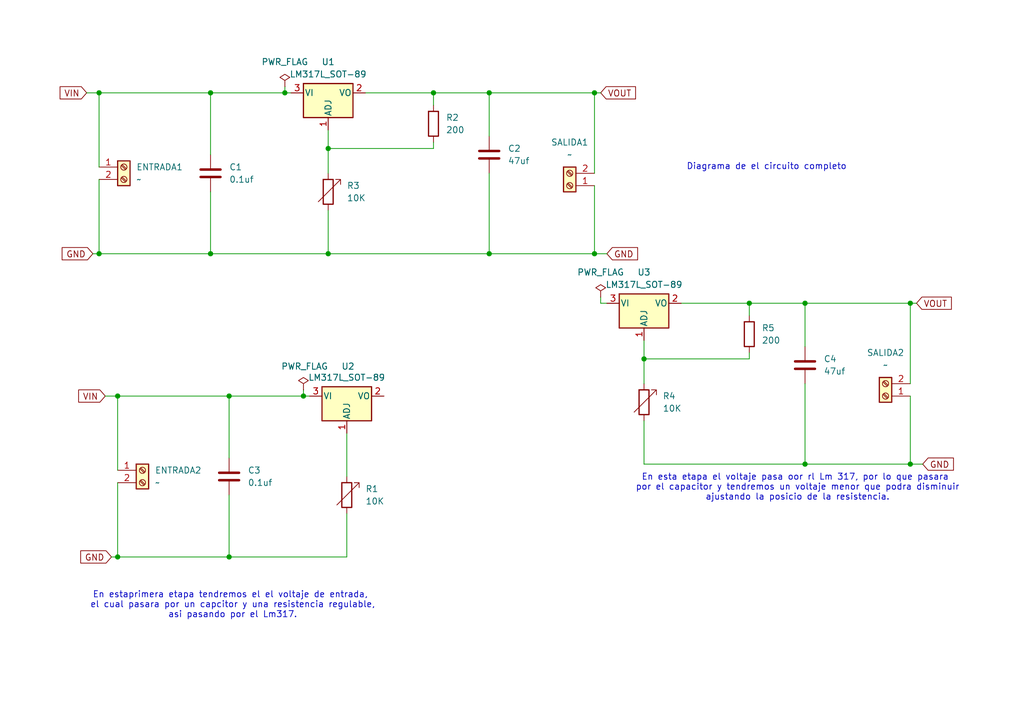
<source format=kicad_sch>
(kicad_sch
	(version 20231120)
	(generator "eeschema")
	(generator_version "8.0")
	(uuid "85e7a562-9e5d-4270-96d3-145d1395e47e")
	(paper "A5")
	(title_block
		(title "Modulo Regulador Lineal LM317 DC - DC")
		(date "2024-04-21")
		(rev "Dacar Tirado")
		(company "UCB")
		(comment 1 "Este esquematico es de un regulador de voltaje de entrada aun voltaje de salida deseado")
	)
	(lib_symbols
		(symbol "Connector:Screw_Terminal_01x02"
			(pin_names
				(offset 1.016) hide)
			(exclude_from_sim no)
			(in_bom yes)
			(on_board yes)
			(property "Reference" "J"
				(at 0 2.54 0)
				(effects
					(font
						(size 1.27 1.27)
					)
				)
			)
			(property "Value" "Screw_Terminal_01x02"
				(at 0 -5.08 0)
				(effects
					(font
						(size 1.27 1.27)
					)
				)
			)
			(property "Footprint" ""
				(at 0 0 0)
				(effects
					(font
						(size 1.27 1.27)
					)
					(hide yes)
				)
			)
			(property "Datasheet" "~"
				(at 0 0 0)
				(effects
					(font
						(size 1.27 1.27)
					)
					(hide yes)
				)
			)
			(property "Description" "Generic screw terminal, single row, 01x02, script generated (kicad-library-utils/schlib/autogen/connector/)"
				(at 0 0 0)
				(effects
					(font
						(size 1.27 1.27)
					)
					(hide yes)
				)
			)
			(property "ki_keywords" "screw terminal"
				(at 0 0 0)
				(effects
					(font
						(size 1.27 1.27)
					)
					(hide yes)
				)
			)
			(property "ki_fp_filters" "TerminalBlock*:*"
				(at 0 0 0)
				(effects
					(font
						(size 1.27 1.27)
					)
					(hide yes)
				)
			)
			(symbol "Screw_Terminal_01x02_1_1"
				(rectangle
					(start -1.27 1.27)
					(end 1.27 -3.81)
					(stroke
						(width 0.254)
						(type default)
					)
					(fill
						(type background)
					)
				)
				(circle
					(center 0 -2.54)
					(radius 0.635)
					(stroke
						(width 0.1524)
						(type default)
					)
					(fill
						(type none)
					)
				)
				(polyline
					(pts
						(xy -0.5334 -2.2098) (xy 0.3302 -3.048)
					)
					(stroke
						(width 0.1524)
						(type default)
					)
					(fill
						(type none)
					)
				)
				(polyline
					(pts
						(xy -0.5334 0.3302) (xy 0.3302 -0.508)
					)
					(stroke
						(width 0.1524)
						(type default)
					)
					(fill
						(type none)
					)
				)
				(polyline
					(pts
						(xy -0.3556 -2.032) (xy 0.508 -2.8702)
					)
					(stroke
						(width 0.1524)
						(type default)
					)
					(fill
						(type none)
					)
				)
				(polyline
					(pts
						(xy -0.3556 0.508) (xy 0.508 -0.3302)
					)
					(stroke
						(width 0.1524)
						(type default)
					)
					(fill
						(type none)
					)
				)
				(circle
					(center 0 0)
					(radius 0.635)
					(stroke
						(width 0.1524)
						(type default)
					)
					(fill
						(type none)
					)
				)
				(pin passive line
					(at -5.08 0 0)
					(length 3.81)
					(name "Pin_1"
						(effects
							(font
								(size 1.27 1.27)
							)
						)
					)
					(number "1"
						(effects
							(font
								(size 1.27 1.27)
							)
						)
					)
				)
				(pin passive line
					(at -5.08 -2.54 0)
					(length 3.81)
					(name "Pin_2"
						(effects
							(font
								(size 1.27 1.27)
							)
						)
					)
					(number "2"
						(effects
							(font
								(size 1.27 1.27)
							)
						)
					)
				)
			)
		)
		(symbol "Device:C"
			(pin_numbers hide)
			(pin_names
				(offset 0.254)
			)
			(exclude_from_sim no)
			(in_bom yes)
			(on_board yes)
			(property "Reference" "C"
				(at 0.635 2.54 0)
				(effects
					(font
						(size 1.27 1.27)
					)
					(justify left)
				)
			)
			(property "Value" "C"
				(at 0.635 -2.54 0)
				(effects
					(font
						(size 1.27 1.27)
					)
					(justify left)
				)
			)
			(property "Footprint" ""
				(at 0.9652 -3.81 0)
				(effects
					(font
						(size 1.27 1.27)
					)
					(hide yes)
				)
			)
			(property "Datasheet" "~"
				(at 0 0 0)
				(effects
					(font
						(size 1.27 1.27)
					)
					(hide yes)
				)
			)
			(property "Description" "Unpolarized capacitor"
				(at 0 0 0)
				(effects
					(font
						(size 1.27 1.27)
					)
					(hide yes)
				)
			)
			(property "ki_keywords" "cap capacitor"
				(at 0 0 0)
				(effects
					(font
						(size 1.27 1.27)
					)
					(hide yes)
				)
			)
			(property "ki_fp_filters" "C_*"
				(at 0 0 0)
				(effects
					(font
						(size 1.27 1.27)
					)
					(hide yes)
				)
			)
			(symbol "C_0_1"
				(polyline
					(pts
						(xy -2.032 -0.762) (xy 2.032 -0.762)
					)
					(stroke
						(width 0.508)
						(type default)
					)
					(fill
						(type none)
					)
				)
				(polyline
					(pts
						(xy -2.032 0.762) (xy 2.032 0.762)
					)
					(stroke
						(width 0.508)
						(type default)
					)
					(fill
						(type none)
					)
				)
			)
			(symbol "C_1_1"
				(pin passive line
					(at 0 3.81 270)
					(length 2.794)
					(name "~"
						(effects
							(font
								(size 1.27 1.27)
							)
						)
					)
					(number "1"
						(effects
							(font
								(size 1.27 1.27)
							)
						)
					)
				)
				(pin passive line
					(at 0 -3.81 90)
					(length 2.794)
					(name "~"
						(effects
							(font
								(size 1.27 1.27)
							)
						)
					)
					(number "2"
						(effects
							(font
								(size 1.27 1.27)
							)
						)
					)
				)
			)
		)
		(symbol "Device:R"
			(pin_numbers hide)
			(pin_names
				(offset 0)
			)
			(exclude_from_sim no)
			(in_bom yes)
			(on_board yes)
			(property "Reference" "R"
				(at 2.032 0 90)
				(effects
					(font
						(size 1.27 1.27)
					)
				)
			)
			(property "Value" "R"
				(at 0 0 90)
				(effects
					(font
						(size 1.27 1.27)
					)
				)
			)
			(property "Footprint" ""
				(at -1.778 0 90)
				(effects
					(font
						(size 1.27 1.27)
					)
					(hide yes)
				)
			)
			(property "Datasheet" "~"
				(at 0 0 0)
				(effects
					(font
						(size 1.27 1.27)
					)
					(hide yes)
				)
			)
			(property "Description" "Resistor"
				(at 0 0 0)
				(effects
					(font
						(size 1.27 1.27)
					)
					(hide yes)
				)
			)
			(property "ki_keywords" "R res resistor"
				(at 0 0 0)
				(effects
					(font
						(size 1.27 1.27)
					)
					(hide yes)
				)
			)
			(property "ki_fp_filters" "R_*"
				(at 0 0 0)
				(effects
					(font
						(size 1.27 1.27)
					)
					(hide yes)
				)
			)
			(symbol "R_0_1"
				(rectangle
					(start -1.016 -2.54)
					(end 1.016 2.54)
					(stroke
						(width 0.254)
						(type default)
					)
					(fill
						(type none)
					)
				)
			)
			(symbol "R_1_1"
				(pin passive line
					(at 0 3.81 270)
					(length 1.27)
					(name "~"
						(effects
							(font
								(size 1.27 1.27)
							)
						)
					)
					(number "1"
						(effects
							(font
								(size 1.27 1.27)
							)
						)
					)
				)
				(pin passive line
					(at 0 -3.81 90)
					(length 1.27)
					(name "~"
						(effects
							(font
								(size 1.27 1.27)
							)
						)
					)
					(number "2"
						(effects
							(font
								(size 1.27 1.27)
							)
						)
					)
				)
			)
		)
		(symbol "Device:R_Variable"
			(pin_numbers hide)
			(pin_names
				(offset 0)
			)
			(exclude_from_sim no)
			(in_bom yes)
			(on_board yes)
			(property "Reference" "R"
				(at 2.54 -2.54 90)
				(effects
					(font
						(size 1.27 1.27)
					)
					(justify left)
				)
			)
			(property "Value" "R_Variable"
				(at -2.54 -1.27 90)
				(effects
					(font
						(size 1.27 1.27)
					)
					(justify left)
				)
			)
			(property "Footprint" ""
				(at -1.778 0 90)
				(effects
					(font
						(size 1.27 1.27)
					)
					(hide yes)
				)
			)
			(property "Datasheet" "~"
				(at 0 0 0)
				(effects
					(font
						(size 1.27 1.27)
					)
					(hide yes)
				)
			)
			(property "Description" "Variable resistor"
				(at 0 0 0)
				(effects
					(font
						(size 1.27 1.27)
					)
					(hide yes)
				)
			)
			(property "ki_keywords" "R res resistor variable potentiometer rheostat"
				(at 0 0 0)
				(effects
					(font
						(size 1.27 1.27)
					)
					(hide yes)
				)
			)
			(property "ki_fp_filters" "R_*"
				(at 0 0 0)
				(effects
					(font
						(size 1.27 1.27)
					)
					(hide yes)
				)
			)
			(symbol "R_Variable_0_1"
				(rectangle
					(start -1.016 -2.54)
					(end 1.016 2.54)
					(stroke
						(width 0.254)
						(type default)
					)
					(fill
						(type none)
					)
				)
				(polyline
					(pts
						(xy 2.54 1.524) (xy 2.54 2.54) (xy 1.524 2.54) (xy 2.54 2.54) (xy -2.032 -2.032)
					)
					(stroke
						(width 0)
						(type default)
					)
					(fill
						(type none)
					)
				)
			)
			(symbol "R_Variable_1_1"
				(pin passive line
					(at 0 3.81 270)
					(length 1.27)
					(name "~"
						(effects
							(font
								(size 1.27 1.27)
							)
						)
					)
					(number "1"
						(effects
							(font
								(size 1.27 1.27)
							)
						)
					)
				)
				(pin passive line
					(at 0 -3.81 90)
					(length 1.27)
					(name "~"
						(effects
							(font
								(size 1.27 1.27)
							)
						)
					)
					(number "2"
						(effects
							(font
								(size 1.27 1.27)
							)
						)
					)
				)
			)
		)
		(symbol "Regulator_Linear:LM317L_SOT-89"
			(pin_names
				(offset 0.254)
			)
			(exclude_from_sim no)
			(in_bom yes)
			(on_board yes)
			(property "Reference" "U"
				(at -3.81 3.175 0)
				(effects
					(font
						(size 1.27 1.27)
					)
				)
			)
			(property "Value" "LM317L_SOT-89"
				(at 0 3.175 0)
				(effects
					(font
						(size 1.27 1.27)
					)
					(justify left)
				)
			)
			(property "Footprint" "Package_TO_SOT_SMD:SOT-89-3"
				(at 0 6.35 0)
				(effects
					(font
						(size 1.27 1.27)
						(italic yes)
					)
					(hide yes)
				)
			)
			(property "Datasheet" "http://www.ti.com/lit/ds/symlink/lm317l.pdf"
				(at 0 0 0)
				(effects
					(font
						(size 1.27 1.27)
					)
					(hide yes)
				)
			)
			(property "Description" "100mA 35V Adjustable Linear Regulator, SOT-89"
				(at 0 0 0)
				(effects
					(font
						(size 1.27 1.27)
					)
					(hide yes)
				)
			)
			(property "ki_keywords" "Adjustable Voltage Regulator 1A Positive"
				(at 0 0 0)
				(effects
					(font
						(size 1.27 1.27)
					)
					(hide yes)
				)
			)
			(property "ki_fp_filters" "SOT?89*"
				(at 0 0 0)
				(effects
					(font
						(size 1.27 1.27)
					)
					(hide yes)
				)
			)
			(symbol "LM317L_SOT-89_0_1"
				(rectangle
					(start -5.08 1.905)
					(end 5.08 -5.08)
					(stroke
						(width 0.254)
						(type default)
					)
					(fill
						(type background)
					)
				)
			)
			(symbol "LM317L_SOT-89_1_1"
				(pin input line
					(at 0 -7.62 90)
					(length 2.54)
					(name "ADJ"
						(effects
							(font
								(size 1.27 1.27)
							)
						)
					)
					(number "1"
						(effects
							(font
								(size 1.27 1.27)
							)
						)
					)
				)
				(pin power_out line
					(at 7.62 0 180)
					(length 2.54)
					(name "VO"
						(effects
							(font
								(size 1.27 1.27)
							)
						)
					)
					(number "2"
						(effects
							(font
								(size 1.27 1.27)
							)
						)
					)
				)
				(pin power_in line
					(at -7.62 0 0)
					(length 2.54)
					(name "VI"
						(effects
							(font
								(size 1.27 1.27)
							)
						)
					)
					(number "3"
						(effects
							(font
								(size 1.27 1.27)
							)
						)
					)
				)
			)
		)
		(symbol "power:PWR_FLAG"
			(power)
			(pin_numbers hide)
			(pin_names
				(offset 0) hide)
			(exclude_from_sim no)
			(in_bom yes)
			(on_board yes)
			(property "Reference" "#FLG"
				(at 0 1.905 0)
				(effects
					(font
						(size 1.27 1.27)
					)
					(hide yes)
				)
			)
			(property "Value" "PWR_FLAG"
				(at 0 3.81 0)
				(effects
					(font
						(size 1.27 1.27)
					)
				)
			)
			(property "Footprint" ""
				(at 0 0 0)
				(effects
					(font
						(size 1.27 1.27)
					)
					(hide yes)
				)
			)
			(property "Datasheet" "~"
				(at 0 0 0)
				(effects
					(font
						(size 1.27 1.27)
					)
					(hide yes)
				)
			)
			(property "Description" "Special symbol for telling ERC where power comes from"
				(at 0 0 0)
				(effects
					(font
						(size 1.27 1.27)
					)
					(hide yes)
				)
			)
			(property "ki_keywords" "flag power"
				(at 0 0 0)
				(effects
					(font
						(size 1.27 1.27)
					)
					(hide yes)
				)
			)
			(symbol "PWR_FLAG_0_0"
				(pin power_out line
					(at 0 0 90)
					(length 0)
					(name "~"
						(effects
							(font
								(size 1.27 1.27)
							)
						)
					)
					(number "1"
						(effects
							(font
								(size 1.27 1.27)
							)
						)
					)
				)
			)
			(symbol "PWR_FLAG_0_1"
				(polyline
					(pts
						(xy 0 0) (xy 0 1.27) (xy -1.016 1.905) (xy 0 2.54) (xy 1.016 1.905) (xy 0 1.27)
					)
					(stroke
						(width 0)
						(type default)
					)
					(fill
						(type none)
					)
				)
			)
		)
	)
	(junction
		(at 20.32 19.05)
		(diameter 0)
		(color 0 0 0 0)
		(uuid "0c7e0fe1-0518-437b-9653-810c671349bb")
	)
	(junction
		(at 186.69 95.25)
		(diameter 0)
		(color 0 0 0 0)
		(uuid "1d9eb277-fb8f-4d9a-a0ee-1d221edbd93b")
	)
	(junction
		(at 20.32 52.07)
		(diameter 0)
		(color 0 0 0 0)
		(uuid "2bf35cb0-4027-4834-81e8-3ef1253e0c38")
	)
	(junction
		(at 165.1 95.25)
		(diameter 0)
		(color 0 0 0 0)
		(uuid "30347c4e-72fc-4d23-b846-cab0f68db806")
	)
	(junction
		(at 43.18 52.07)
		(diameter 0)
		(color 0 0 0 0)
		(uuid "3151e406-a55c-4868-bef7-da3250becf17")
	)
	(junction
		(at 88.9 19.05)
		(diameter 0)
		(color 0 0 0 0)
		(uuid "448d6ed4-fb8d-4f8c-a2ef-2a879afb4ddc")
	)
	(junction
		(at 186.69 62.23)
		(diameter 0)
		(color 0 0 0 0)
		(uuid "4c4ad9b0-9fba-444a-8343-8d181c677156")
	)
	(junction
		(at 153.67 62.23)
		(diameter 0)
		(color 0 0 0 0)
		(uuid "4f4d915c-fae1-46bf-84ec-3c68863a0143")
	)
	(junction
		(at 100.33 19.05)
		(diameter 0)
		(color 0 0 0 0)
		(uuid "61d90456-0759-4478-ad08-b4f5a9f7a343")
	)
	(junction
		(at 132.08 73.66)
		(diameter 0)
		(color 0 0 0 0)
		(uuid "6979c9b0-0c66-4549-8c2e-3473889531d9")
	)
	(junction
		(at 24.13 81.28)
		(diameter 0)
		(color 0 0 0 0)
		(uuid "72686249-01ee-4d34-bcf6-3aa8df106e06")
	)
	(junction
		(at 43.18 19.05)
		(diameter 0)
		(color 0 0 0 0)
		(uuid "799b2d4c-2a83-4219-998e-aaec776f9d0a")
	)
	(junction
		(at 121.92 52.07)
		(diameter 0)
		(color 0 0 0 0)
		(uuid "9efba0d9-70ea-496e-815c-e834671aed31")
	)
	(junction
		(at 165.1 62.23)
		(diameter 0)
		(color 0 0 0 0)
		(uuid "a3cb1588-17f9-4310-a860-bd5b16e99bb3")
	)
	(junction
		(at 121.92 19.05)
		(diameter 0)
		(color 0 0 0 0)
		(uuid "a60c62d0-a4b9-444a-a175-8721bb34c7e7")
	)
	(junction
		(at 67.31 30.48)
		(diameter 0)
		(color 0 0 0 0)
		(uuid "bb109bce-2740-4078-a46b-ab43735fc337")
	)
	(junction
		(at 62.23 81.28)
		(diameter 0)
		(color 0 0 0 0)
		(uuid "c5bd74b3-1ef9-4e2b-8a4a-99893cc3237e")
	)
	(junction
		(at 67.31 52.07)
		(diameter 0)
		(color 0 0 0 0)
		(uuid "d0b64ccc-e9b2-4bf2-8a62-fd65d2fd2ad0")
	)
	(junction
		(at 24.13 114.3)
		(diameter 0)
		(color 0 0 0 0)
		(uuid "d1e09b99-231f-4cae-b1d1-be23f94e6f49")
	)
	(junction
		(at 46.99 114.3)
		(diameter 0)
		(color 0 0 0 0)
		(uuid "db7bcde5-8bc5-4c78-9256-216240bc7c9d")
	)
	(junction
		(at 46.99 81.28)
		(diameter 0)
		(color 0 0 0 0)
		(uuid "e6cda07f-f575-4aaf-b0f4-d4e996af3d94")
	)
	(junction
		(at 58.42 19.05)
		(diameter 0)
		(color 0 0 0 0)
		(uuid "ee4efe37-8e09-4586-aed9-dbb7b4688671")
	)
	(junction
		(at 100.33 52.07)
		(diameter 0)
		(color 0 0 0 0)
		(uuid "f7a8e5f6-7ea8-4a38-9e8b-48ed0ebbc58b")
	)
	(wire
		(pts
			(xy 123.19 62.23) (xy 124.46 62.23)
		)
		(stroke
			(width 0)
			(type default)
		)
		(uuid "05dcc1a2-aaaf-40ec-8577-62a5931d33ed")
	)
	(wire
		(pts
			(xy 189.23 95.25) (xy 186.69 95.25)
		)
		(stroke
			(width 0)
			(type default)
		)
		(uuid "15baf2cf-0da2-4459-9890-68292f00bf1a")
	)
	(wire
		(pts
			(xy 100.33 19.05) (xy 100.33 27.94)
		)
		(stroke
			(width 0)
			(type default)
		)
		(uuid "16ff1280-a567-4c1d-b5fb-60f1d68235ed")
	)
	(wire
		(pts
			(xy 88.9 21.59) (xy 88.9 19.05)
		)
		(stroke
			(width 0)
			(type default)
		)
		(uuid "19bb131b-ea5b-47ac-9be7-047173ec6d75")
	)
	(wire
		(pts
			(xy 153.67 64.77) (xy 153.67 62.23)
		)
		(stroke
			(width 0)
			(type default)
		)
		(uuid "1cec078e-686b-4c02-9a7c-2a07253daf65")
	)
	(wire
		(pts
			(xy 67.31 26.67) (xy 67.31 30.48)
		)
		(stroke
			(width 0)
			(type default)
		)
		(uuid "1d15722f-b25e-4cc4-954a-f02c3b7890c7")
	)
	(wire
		(pts
			(xy 17.78 19.05) (xy 20.32 19.05)
		)
		(stroke
			(width 0)
			(type default)
		)
		(uuid "216427f3-001d-4b7b-8924-360f4251c648")
	)
	(wire
		(pts
			(xy 153.67 73.66) (xy 132.08 73.66)
		)
		(stroke
			(width 0)
			(type default)
		)
		(uuid "23a702e4-5659-4257-b930-b6112d8758a1")
	)
	(wire
		(pts
			(xy 100.33 35.56) (xy 100.33 52.07)
		)
		(stroke
			(width 0)
			(type default)
		)
		(uuid "271666d5-44e9-45a3-8d7f-bfcb90dcfb14")
	)
	(wire
		(pts
			(xy 21.59 81.28) (xy 24.13 81.28)
		)
		(stroke
			(width 0)
			(type default)
		)
		(uuid "2b77adb3-6d6d-4a04-9136-e533dff1575a")
	)
	(wire
		(pts
			(xy 153.67 72.39) (xy 153.67 73.66)
		)
		(stroke
			(width 0)
			(type default)
		)
		(uuid "2be32898-c149-4541-bb28-9164b5d67923")
	)
	(wire
		(pts
			(xy 62.23 81.28) (xy 63.5 81.28)
		)
		(stroke
			(width 0)
			(type default)
		)
		(uuid "339637c4-b434-43aa-851e-168ad0914e5f")
	)
	(wire
		(pts
			(xy 58.42 17.78) (xy 58.42 19.05)
		)
		(stroke
			(width 0)
			(type default)
		)
		(uuid "35043996-e0fc-4f34-b159-48838b238f52")
	)
	(wire
		(pts
			(xy 186.69 81.28) (xy 186.69 95.25)
		)
		(stroke
			(width 0)
			(type default)
		)
		(uuid "40476f7a-ad5e-453f-9081-7b71bfd4ba8b")
	)
	(wire
		(pts
			(xy 132.08 95.25) (xy 132.08 86.36)
		)
		(stroke
			(width 0)
			(type default)
		)
		(uuid "4650fe3f-2ffd-4455-b5b8-1f2895a56c7c")
	)
	(wire
		(pts
			(xy 100.33 19.05) (xy 88.9 19.05)
		)
		(stroke
			(width 0)
			(type default)
		)
		(uuid "498225a3-67cb-4cb4-9e08-819920708913")
	)
	(wire
		(pts
			(xy 121.92 38.1) (xy 121.92 52.07)
		)
		(stroke
			(width 0)
			(type default)
		)
		(uuid "4ac8a8c9-c954-44c7-a6e7-97505b54d2fe")
	)
	(wire
		(pts
			(xy 22.86 114.3) (xy 24.13 114.3)
		)
		(stroke
			(width 0)
			(type default)
		)
		(uuid "4bbfe26a-0fb5-45c6-814c-cf14566ea80e")
	)
	(wire
		(pts
			(xy 46.99 101.6) (xy 46.99 114.3)
		)
		(stroke
			(width 0)
			(type default)
		)
		(uuid "4ca30a65-7c9d-4a72-8612-1008db1d1fa8")
	)
	(wire
		(pts
			(xy 121.92 52.07) (xy 100.33 52.07)
		)
		(stroke
			(width 0)
			(type default)
		)
		(uuid "5c759ca9-16c6-4898-a808-6f44dab7210b")
	)
	(wire
		(pts
			(xy 187.96 62.23) (xy 186.69 62.23)
		)
		(stroke
			(width 0)
			(type default)
		)
		(uuid "61cb8e1d-9a0a-4bb0-9aa0-fa84d77f3a56")
	)
	(wire
		(pts
			(xy 43.18 31.75) (xy 43.18 19.05)
		)
		(stroke
			(width 0)
			(type default)
		)
		(uuid "62425462-fbd3-4742-ac63-6af3ef769d6d")
	)
	(wire
		(pts
			(xy 24.13 99.06) (xy 24.13 114.3)
		)
		(stroke
			(width 0)
			(type default)
		)
		(uuid "64b5302f-181e-4976-8415-c9c1ad1ac0ba")
	)
	(wire
		(pts
			(xy 43.18 19.05) (xy 58.42 19.05)
		)
		(stroke
			(width 0)
			(type default)
		)
		(uuid "66b1ddbb-e6cd-48d1-b701-d7b78436f4ce")
	)
	(wire
		(pts
			(xy 19.05 52.07) (xy 20.32 52.07)
		)
		(stroke
			(width 0)
			(type default)
		)
		(uuid "6e42d598-6e11-4d57-851d-349cb26ed11a")
	)
	(wire
		(pts
			(xy 165.1 62.23) (xy 153.67 62.23)
		)
		(stroke
			(width 0)
			(type default)
		)
		(uuid "71be3561-34ca-452c-bd34-3d6e97a58336")
	)
	(wire
		(pts
			(xy 43.18 39.37) (xy 43.18 52.07)
		)
		(stroke
			(width 0)
			(type default)
		)
		(uuid "72cce724-603d-4b4b-a401-940bf859b426")
	)
	(wire
		(pts
			(xy 46.99 114.3) (xy 71.12 114.3)
		)
		(stroke
			(width 0)
			(type default)
		)
		(uuid "74b7481f-3cb3-46aa-9472-7a8dce561ebf")
	)
	(wire
		(pts
			(xy 67.31 30.48) (xy 67.31 35.56)
		)
		(stroke
			(width 0)
			(type default)
		)
		(uuid "74faea66-4bce-48a0-84a0-60e91e0bc1ac")
	)
	(wire
		(pts
			(xy 165.1 62.23) (xy 165.1 71.12)
		)
		(stroke
			(width 0)
			(type default)
		)
		(uuid "7e1148d1-47dc-4943-b82b-414de8b9e481")
	)
	(wire
		(pts
			(xy 20.32 52.07) (xy 43.18 52.07)
		)
		(stroke
			(width 0)
			(type default)
		)
		(uuid "7f760c78-7f6c-4c2f-aefb-9089d1da1626")
	)
	(wire
		(pts
			(xy 121.92 19.05) (xy 100.33 19.05)
		)
		(stroke
			(width 0)
			(type default)
		)
		(uuid "81f97020-9721-4613-8a7f-bc73755f5953")
	)
	(wire
		(pts
			(xy 20.32 36.83) (xy 20.32 52.07)
		)
		(stroke
			(width 0)
			(type default)
		)
		(uuid "83b93c7a-1e5b-44a9-8716-dafbbb89c7ad")
	)
	(wire
		(pts
			(xy 62.23 80.01) (xy 62.23 81.28)
		)
		(stroke
			(width 0)
			(type default)
		)
		(uuid "878b4ff8-3f40-43aa-a692-e092a5f5d674")
	)
	(wire
		(pts
			(xy 24.13 81.28) (xy 24.13 96.52)
		)
		(stroke
			(width 0)
			(type default)
		)
		(uuid "87f1aee4-b672-4ab9-870e-cb571058e500")
	)
	(wire
		(pts
			(xy 186.69 95.25) (xy 165.1 95.25)
		)
		(stroke
			(width 0)
			(type default)
		)
		(uuid "8c7f78c8-5ae3-493d-b5d5-c8c5cd1a5f57")
	)
	(wire
		(pts
			(xy 24.13 81.28) (xy 46.99 81.28)
		)
		(stroke
			(width 0)
			(type default)
		)
		(uuid "8e99e881-3483-401f-97ed-8849e8b7adc3")
	)
	(wire
		(pts
			(xy 43.18 52.07) (xy 67.31 52.07)
		)
		(stroke
			(width 0)
			(type default)
		)
		(uuid "90adc9c1-75d0-44f8-8c9e-337179436d53")
	)
	(wire
		(pts
			(xy 123.19 19.05) (xy 121.92 19.05)
		)
		(stroke
			(width 0)
			(type default)
		)
		(uuid "9548e142-f0e9-42b6-aca0-de6c76156fc2")
	)
	(wire
		(pts
			(xy 88.9 29.21) (xy 88.9 30.48)
		)
		(stroke
			(width 0)
			(type default)
		)
		(uuid "970650e2-fd3c-4896-a0bb-0181d7de88cd")
	)
	(wire
		(pts
			(xy 124.46 52.07) (xy 121.92 52.07)
		)
		(stroke
			(width 0)
			(type default)
		)
		(uuid "98659a75-ee92-4397-9cf7-5596a5201605")
	)
	(wire
		(pts
			(xy 88.9 19.05) (xy 74.93 19.05)
		)
		(stroke
			(width 0)
			(type default)
		)
		(uuid "99f8fd08-849d-4b68-b30b-0c6c07a17508")
	)
	(wire
		(pts
			(xy 186.69 62.23) (xy 186.69 78.74)
		)
		(stroke
			(width 0)
			(type default)
		)
		(uuid "9ad6788c-2d8b-4958-81b7-4c2871e558d6")
	)
	(wire
		(pts
			(xy 46.99 81.28) (xy 62.23 81.28)
		)
		(stroke
			(width 0)
			(type default)
		)
		(uuid "9c80316f-6449-4dbe-a65b-94df5fa93ecf")
	)
	(wire
		(pts
			(xy 123.19 60.96) (xy 123.19 62.23)
		)
		(stroke
			(width 0)
			(type default)
		)
		(uuid "a6453950-a616-4499-8011-ca52650f59f4")
	)
	(wire
		(pts
			(xy 132.08 95.25) (xy 165.1 95.25)
		)
		(stroke
			(width 0)
			(type default)
		)
		(uuid "a84f1077-60b8-49eb-ac52-001aaaba987e")
	)
	(wire
		(pts
			(xy 67.31 52.07) (xy 100.33 52.07)
		)
		(stroke
			(width 0)
			(type default)
		)
		(uuid "acdc0e41-4383-4010-879d-b2c41b3bb60d")
	)
	(wire
		(pts
			(xy 132.08 73.66) (xy 132.08 78.74)
		)
		(stroke
			(width 0)
			(type default)
		)
		(uuid "b2ff8178-a981-42f7-b089-17ef7ab2b25e")
	)
	(wire
		(pts
			(xy 132.08 69.85) (xy 132.08 73.66)
		)
		(stroke
			(width 0)
			(type default)
		)
		(uuid "b6433f7c-94d6-459a-8ffa-d4a095b31bba")
	)
	(wire
		(pts
			(xy 71.12 88.9) (xy 71.12 97.79)
		)
		(stroke
			(width 0)
			(type default)
		)
		(uuid "c3da04e0-ef07-4257-b9ed-bf0a21fc0569")
	)
	(wire
		(pts
			(xy 121.92 19.05) (xy 121.92 35.56)
		)
		(stroke
			(width 0)
			(type default)
		)
		(uuid "c4bae71e-aa23-409d-aef5-7bcbe174ecf6")
	)
	(wire
		(pts
			(xy 186.69 62.23) (xy 165.1 62.23)
		)
		(stroke
			(width 0)
			(type default)
		)
		(uuid "c89f3174-0f60-4f41-9b1f-b07adc7b2ec6")
	)
	(wire
		(pts
			(xy 165.1 78.74) (xy 165.1 95.25)
		)
		(stroke
			(width 0)
			(type default)
		)
		(uuid "c8c2ad09-a002-4291-b079-f2321cca0a50")
	)
	(wire
		(pts
			(xy 20.32 19.05) (xy 43.18 19.05)
		)
		(stroke
			(width 0)
			(type default)
		)
		(uuid "cbfd80bd-012f-44d4-8d31-bf74de5da4b6")
	)
	(wire
		(pts
			(xy 67.31 52.07) (xy 67.31 43.18)
		)
		(stroke
			(width 0)
			(type default)
		)
		(uuid "d34a4d7d-9ab9-4f5b-bd38-2dc24fadc55c")
	)
	(wire
		(pts
			(xy 88.9 30.48) (xy 67.31 30.48)
		)
		(stroke
			(width 0)
			(type default)
		)
		(uuid "d9fa7d76-75ee-42e3-8392-0ee77e3d2d03")
	)
	(wire
		(pts
			(xy 71.12 114.3) (xy 71.12 105.41)
		)
		(stroke
			(width 0)
			(type default)
		)
		(uuid "db0d1ee3-cbf3-4c46-9f6b-d36eda73085a")
	)
	(wire
		(pts
			(xy 24.13 114.3) (xy 46.99 114.3)
		)
		(stroke
			(width 0)
			(type default)
		)
		(uuid "e447d4f3-6fb0-455d-8086-b1c7765929cd")
	)
	(wire
		(pts
			(xy 46.99 93.98) (xy 46.99 81.28)
		)
		(stroke
			(width 0)
			(type default)
		)
		(uuid "ea565dfd-6f56-4b09-9936-1c7a8777fd95")
	)
	(wire
		(pts
			(xy 153.67 62.23) (xy 139.7 62.23)
		)
		(stroke
			(width 0)
			(type default)
		)
		(uuid "f57165af-58a8-4133-ab79-202215fbff35")
	)
	(wire
		(pts
			(xy 20.32 19.05) (xy 20.32 34.29)
		)
		(stroke
			(width 0)
			(type default)
		)
		(uuid "f7b54bb5-6bb6-48f8-bbce-e77f32058668")
	)
	(wire
		(pts
			(xy 58.42 19.05) (xy 59.69 19.05)
		)
		(stroke
			(width 0)
			(type default)
		)
		(uuid "f7ebaa35-80fd-4a2d-91a2-837979d63d85")
	)
	(text "En esta etapa el voltaje pasa oor rl Lm 317, por lo que pasara \npor el capacitor y tendremos un voltaje menor que podra disminuir\najustando la posicio de la resistencia."
		(exclude_from_sim no)
		(at 163.576 100.076 0)
		(effects
			(font
				(size 1.27 1.27)
			)
		)
		(uuid "1cdd96c4-d96f-41d3-955d-15b6943badf4")
	)
	(text "Diagrama de el circuito completo"
		(exclude_from_sim no)
		(at 157.226 34.29 0)
		(effects
			(font
				(size 1.27 1.27)
			)
		)
		(uuid "417efc8f-4c93-40dd-b84d-9a07754f9809")
	)
	(text "En estaprimera etapa tendremos el el voltaje de entrada,\n el cual pasara por un capcitor y una resistencia regulable,\n asi pasando por el Lm317."
		(exclude_from_sim no)
		(at 47.244 124.206 0)
		(effects
			(font
				(size 1.27 1.27)
			)
		)
		(uuid "a45dc375-5a97-4a47-9bbc-504ccdc8986c")
	)
	(global_label "GND"
		(shape input)
		(at 124.46 52.07 0)
		(fields_autoplaced yes)
		(effects
			(font
				(size 1.27 1.27)
			)
			(justify left)
		)
		(uuid "1d6da751-3deb-47b1-8b68-3f240fc83f0a")
		(property "Intersheetrefs" "${INTERSHEET_REFS}"
			(at 131.3157 52.07 0)
			(effects
				(font
					(size 1.27 1.27)
				)
				(justify left)
				(hide yes)
			)
		)
	)
	(global_label "VOUT"
		(shape input)
		(at 123.19 19.05 0)
		(fields_autoplaced yes)
		(effects
			(font
				(size 1.27 1.27)
			)
			(justify left)
		)
		(uuid "300f29d7-a707-48e0-8c1e-51f1c2289e5f")
		(property "Intersheetrefs" "${INTERSHEET_REFS}"
			(at 130.8924 19.05 0)
			(effects
				(font
					(size 1.27 1.27)
				)
				(justify left)
				(hide yes)
			)
		)
	)
	(global_label "VOUT"
		(shape input)
		(at 187.96 62.23 0)
		(fields_autoplaced yes)
		(effects
			(font
				(size 1.27 1.27)
			)
			(justify left)
		)
		(uuid "4cfabb93-74ce-4d0e-8c44-42905fc709de")
		(property "Intersheetrefs" "${INTERSHEET_REFS}"
			(at 195.6624 62.23 0)
			(effects
				(font
					(size 1.27 1.27)
				)
				(justify left)
				(hide yes)
			)
		)
	)
	(global_label "GND"
		(shape input)
		(at 19.05 52.07 180)
		(fields_autoplaced yes)
		(effects
			(font
				(size 1.27 1.27)
			)
			(justify right)
		)
		(uuid "50a44688-a1b8-4866-8cce-13b546b8d944")
		(property "Intersheetrefs" "${INTERSHEET_REFS}"
			(at 12.1943 52.07 0)
			(effects
				(font
					(size 1.27 1.27)
				)
				(justify right)
				(hide yes)
			)
		)
	)
	(global_label "GND"
		(shape input)
		(at 189.23 95.25 0)
		(fields_autoplaced yes)
		(effects
			(font
				(size 1.27 1.27)
			)
			(justify left)
		)
		(uuid "775ce654-25fb-41e1-8467-53f6c89a4ee0")
		(property "Intersheetrefs" "${INTERSHEET_REFS}"
			(at 196.0857 95.25 0)
			(effects
				(font
					(size 1.27 1.27)
				)
				(justify left)
				(hide yes)
			)
		)
	)
	(global_label "GND"
		(shape input)
		(at 22.86 114.3 180)
		(fields_autoplaced yes)
		(effects
			(font
				(size 1.27 1.27)
			)
			(justify right)
		)
		(uuid "7f845841-6c83-45e1-8c38-d8b9542559b8")
		(property "Intersheetrefs" "${INTERSHEET_REFS}"
			(at 16.0043 114.3 0)
			(effects
				(font
					(size 1.27 1.27)
				)
				(justify right)
				(hide yes)
			)
		)
	)
	(global_label "VIN"
		(shape input)
		(at 17.78 19.05 180)
		(fields_autoplaced yes)
		(effects
			(font
				(size 1.27 1.27)
			)
			(justify right)
		)
		(uuid "8ea68f18-90b0-4f4b-ace7-3920527c1651")
		(property "Intersheetrefs" "${INTERSHEET_REFS}"
			(at 11.7709 19.05 0)
			(effects
				(font
					(size 1.27 1.27)
				)
				(justify right)
				(hide yes)
			)
		)
	)
	(global_label "VIN"
		(shape input)
		(at 21.59 81.28 180)
		(fields_autoplaced yes)
		(effects
			(font
				(size 1.27 1.27)
			)
			(justify right)
		)
		(uuid "ab39cf1e-efb5-44c1-a489-1871a5de1441")
		(property "Intersheetrefs" "${INTERSHEET_REFS}"
			(at 15.5809 81.28 0)
			(effects
				(font
					(size 1.27 1.27)
				)
				(justify right)
				(hide yes)
			)
		)
	)
	(symbol
		(lib_id "Device:R")
		(at 88.9 25.4 0)
		(unit 1)
		(exclude_from_sim no)
		(in_bom yes)
		(on_board yes)
		(dnp no)
		(fields_autoplaced yes)
		(uuid "00c71c17-fd1c-4e42-94cc-7f783cec9f8d")
		(property "Reference" "R2"
			(at 91.44 24.1299 0)
			(effects
				(font
					(size 1.27 1.27)
				)
				(justify left)
			)
		)
		(property "Value" "200"
			(at 91.44 26.6699 0)
			(effects
				(font
					(size 1.27 1.27)
				)
				(justify left)
			)
		)
		(property "Footprint" "Resistor_SMD:R_0402_1005Metric_Pad0.72x0.64mm_HandSolder"
			(at 87.122 25.4 90)
			(effects
				(font
					(size 1.27 1.27)
				)
				(hide yes)
			)
		)
		(property "Datasheet" "~"
			(at 88.9 25.4 0)
			(effects
				(font
					(size 1.27 1.27)
				)
				(hide yes)
			)
		)
		(property "Description" "Resistor"
			(at 88.9 25.4 0)
			(effects
				(font
					(size 1.27 1.27)
				)
				(hide yes)
			)
		)
		(pin "2"
			(uuid "4bc925a1-143c-4cda-97d0-98c53e6d4ac6")
		)
		(pin "1"
			(uuid "8b52d2f1-c452-4ca5-acc2-3ce029ebe4c9")
		)
		(instances
			(project "Modulo semáforo"
				(path "/85e7a562-9e5d-4270-96d3-145d1395e47e"
					(reference "R2")
					(unit 1)
				)
			)
		)
	)
	(symbol
		(lib_id "Connector:Screw_Terminal_01x02")
		(at 181.61 81.28 180)
		(unit 1)
		(exclude_from_sim no)
		(in_bom yes)
		(on_board yes)
		(dnp no)
		(fields_autoplaced yes)
		(uuid "0f6796a8-13d1-45ed-b7a9-658a8ed38135")
		(property "Reference" "SALIDA2"
			(at 181.61 72.39 0)
			(effects
				(font
					(size 1.27 1.27)
				)
			)
		)
		(property "Value" "~"
			(at 181.61 74.93 0)
			(effects
				(font
					(size 1.27 1.27)
				)
			)
		)
		(property "Footprint" "TerminalBlock:TerminalBlock_bornier-2_P5.08mm"
			(at 181.61 81.28 0)
			(effects
				(font
					(size 1.27 1.27)
				)
				(hide yes)
			)
		)
		(property "Datasheet" "~"
			(at 181.61 81.28 0)
			(effects
				(font
					(size 1.27 1.27)
				)
				(hide yes)
			)
		)
		(property "Description" "Generic screw terminal, single row, 01x02, script generated (kicad-library-utils/schlib/autogen/connector/)"
			(at 181.61 81.28 0)
			(effects
				(font
					(size 1.27 1.27)
				)
				(hide yes)
			)
		)
		(pin "2"
			(uuid "76461e30-b27b-49ba-9b31-fbcfd84ff0d5")
		)
		(pin "1"
			(uuid "810f9882-b4b8-437a-8099-149cdd8973e2")
		)
		(instances
			(project "Modulo semáforo"
				(path "/85e7a562-9e5d-4270-96d3-145d1395e47e"
					(reference "SALIDA2")
					(unit 1)
				)
			)
		)
	)
	(symbol
		(lib_id "Connector:Screw_Terminal_01x02")
		(at 25.4 34.29 0)
		(unit 1)
		(exclude_from_sim no)
		(in_bom yes)
		(on_board yes)
		(dnp no)
		(fields_autoplaced yes)
		(uuid "14bd1819-795c-42da-9619-ad60cf3b63a9")
		(property "Reference" "ENTRADA1"
			(at 27.94 34.2899 0)
			(effects
				(font
					(size 1.27 1.27)
				)
				(justify left)
			)
		)
		(property "Value" "~"
			(at 27.94 36.8299 0)
			(effects
				(font
					(size 1.27 1.27)
				)
				(justify left)
			)
		)
		(property "Footprint" "TerminalBlock:TerminalBlock_bornier-2_P5.08mm"
			(at 25.4 34.29 0)
			(effects
				(font
					(size 1.27 1.27)
				)
				(hide yes)
			)
		)
		(property "Datasheet" "~"
			(at 25.4 34.29 0)
			(effects
				(font
					(size 1.27 1.27)
				)
				(hide yes)
			)
		)
		(property "Description" "Generic screw terminal, single row, 01x02, script generated (kicad-library-utils/schlib/autogen/connector/)"
			(at 25.4 34.29 0)
			(effects
				(font
					(size 1.27 1.27)
				)
				(hide yes)
			)
		)
		(pin "1"
			(uuid "60b6d7ca-12a0-4dd2-843b-251238f0fa8b")
		)
		(pin "2"
			(uuid "9f9da001-1c9d-4c2b-b0f8-1b7e55e3cbc8")
		)
		(instances
			(project "Modulo semáforo"
				(path "/85e7a562-9e5d-4270-96d3-145d1395e47e"
					(reference "ENTRADA1")
					(unit 1)
				)
			)
		)
	)
	(symbol
		(lib_id "Device:R_Variable")
		(at 71.12 101.6 0)
		(unit 1)
		(exclude_from_sim no)
		(in_bom yes)
		(on_board yes)
		(dnp no)
		(fields_autoplaced yes)
		(uuid "1903788b-4bbd-4efe-ac65-9b56a49af148")
		(property "Reference" "R1"
			(at 74.93 100.3299 0)
			(effects
				(font
					(size 1.27 1.27)
				)
				(justify left)
			)
		)
		(property "Value" "10K"
			(at 74.93 102.8699 0)
			(effects
				(font
					(size 1.27 1.27)
				)
				(justify left)
			)
		)
		(property "Footprint" "Resistor_THT:R_Box_L14.0mm_W5.0mm_P9.00mm"
			(at 69.342 101.6 90)
			(effects
				(font
					(size 1.27 1.27)
				)
				(hide yes)
			)
		)
		(property "Datasheet" "~"
			(at 71.12 101.6 0)
			(effects
				(font
					(size 1.27 1.27)
				)
				(hide yes)
			)
		)
		(property "Description" "Variable resistor"
			(at 71.12 101.6 0)
			(effects
				(font
					(size 1.27 1.27)
				)
				(hide yes)
			)
		)
		(pin "2"
			(uuid "556dd75b-e2ce-4780-b678-c3e6bb45b787")
		)
		(pin "1"
			(uuid "9b291258-7629-4793-b1ca-5b95e1d7d482")
		)
		(instances
			(project "Modulo semáforo"
				(path "/85e7a562-9e5d-4270-96d3-145d1395e47e"
					(reference "R1")
					(unit 1)
				)
			)
		)
	)
	(symbol
		(lib_id "Connector:Screw_Terminal_01x02")
		(at 29.21 96.52 0)
		(unit 1)
		(exclude_from_sim no)
		(in_bom yes)
		(on_board yes)
		(dnp no)
		(fields_autoplaced yes)
		(uuid "2b68a49f-f572-4651-8fcf-a423b4c4697c")
		(property "Reference" "ENTRADA2"
			(at 31.75 96.5199 0)
			(effects
				(font
					(size 1.27 1.27)
				)
				(justify left)
			)
		)
		(property "Value" "~"
			(at 31.75 99.0599 0)
			(effects
				(font
					(size 1.27 1.27)
				)
				(justify left)
			)
		)
		(property "Footprint" "TerminalBlock:TerminalBlock_bornier-2_P5.08mm"
			(at 29.21 96.52 0)
			(effects
				(font
					(size 1.27 1.27)
				)
				(hide yes)
			)
		)
		(property "Datasheet" "~"
			(at 29.21 96.52 0)
			(effects
				(font
					(size 1.27 1.27)
				)
				(hide yes)
			)
		)
		(property "Description" "Generic screw terminal, single row, 01x02, script generated (kicad-library-utils/schlib/autogen/connector/)"
			(at 29.21 96.52 0)
			(effects
				(font
					(size 1.27 1.27)
				)
				(hide yes)
			)
		)
		(pin "1"
			(uuid "20126e45-0219-49aa-8824-2fc4aea8b998")
		)
		(pin "2"
			(uuid "8462d21f-a3ff-42ed-8d67-977befc9d499")
		)
		(instances
			(project "Modulo semáforo"
				(path "/85e7a562-9e5d-4270-96d3-145d1395e47e"
					(reference "ENTRADA2")
					(unit 1)
				)
			)
		)
	)
	(symbol
		(lib_id "Device:R_Variable")
		(at 132.08 82.55 0)
		(unit 1)
		(exclude_from_sim no)
		(in_bom yes)
		(on_board yes)
		(dnp no)
		(fields_autoplaced yes)
		(uuid "30413c4a-7923-4bf3-b763-db0ac829a8b6")
		(property "Reference" "R4"
			(at 135.89 81.2799 0)
			(effects
				(font
					(size 1.27 1.27)
				)
				(justify left)
			)
		)
		(property "Value" "10K"
			(at 135.89 83.8199 0)
			(effects
				(font
					(size 1.27 1.27)
				)
				(justify left)
			)
		)
		(property "Footprint" "Resistor_THT:R_Box_L14.0mm_W5.0mm_P9.00mm"
			(at 130.302 82.55 90)
			(effects
				(font
					(size 1.27 1.27)
				)
				(hide yes)
			)
		)
		(property "Datasheet" "~"
			(at 132.08 82.55 0)
			(effects
				(font
					(size 1.27 1.27)
				)
				(hide yes)
			)
		)
		(property "Description" "Variable resistor"
			(at 132.08 82.55 0)
			(effects
				(font
					(size 1.27 1.27)
				)
				(hide yes)
			)
		)
		(pin "2"
			(uuid "9dd0215d-5a04-46b1-a60c-67c419d63b4e")
		)
		(pin "1"
			(uuid "84f23b2c-8dcc-420a-9ce9-3be8c95e1f81")
		)
		(instances
			(project "Modulo semáforo"
				(path "/85e7a562-9e5d-4270-96d3-145d1395e47e"
					(reference "R4")
					(unit 1)
				)
			)
		)
	)
	(symbol
		(lib_id "Device:C")
		(at 46.99 97.79 0)
		(unit 1)
		(exclude_from_sim no)
		(in_bom yes)
		(on_board yes)
		(dnp no)
		(fields_autoplaced yes)
		(uuid "3c455273-d72f-4d44-87cd-db7e91845147")
		(property "Reference" "C3"
			(at 50.8 96.5199 0)
			(effects
				(font
					(size 1.27 1.27)
				)
				(justify left)
			)
		)
		(property "Value" "0.1uf"
			(at 50.8 99.0599 0)
			(effects
				(font
					(size 1.27 1.27)
				)
				(justify left)
			)
		)
		(property "Footprint" "Capacitor_SMD:CP_Elec_4x3"
			(at 47.9552 101.6 0)
			(effects
				(font
					(size 1.27 1.27)
				)
				(hide yes)
			)
		)
		(property "Datasheet" "~"
			(at 46.99 97.79 0)
			(effects
				(font
					(size 1.27 1.27)
				)
				(hide yes)
			)
		)
		(property "Description" "Unpolarized capacitor"
			(at 46.99 97.79 0)
			(effects
				(font
					(size 1.27 1.27)
				)
				(hide yes)
			)
		)
		(pin "2"
			(uuid "6c50c6e8-9da1-4358-a25c-04178773c511")
		)
		(pin "1"
			(uuid "051e05fe-b91f-45ed-a36b-24b481943a9d")
		)
		(instances
			(project "Modulo semáforo"
				(path "/85e7a562-9e5d-4270-96d3-145d1395e47e"
					(reference "C3")
					(unit 1)
				)
			)
		)
	)
	(symbol
		(lib_id "Device:C")
		(at 43.18 35.56 0)
		(unit 1)
		(exclude_from_sim no)
		(in_bom yes)
		(on_board yes)
		(dnp no)
		(fields_autoplaced yes)
		(uuid "60ea9e1b-ef0a-4b44-9ac5-ca77e4d95d3c")
		(property "Reference" "C1"
			(at 46.99 34.2899 0)
			(effects
				(font
					(size 1.27 1.27)
				)
				(justify left)
			)
		)
		(property "Value" "0.1uf"
			(at 46.99 36.8299 0)
			(effects
				(font
					(size 1.27 1.27)
				)
				(justify left)
			)
		)
		(property "Footprint" "Capacitor_SMD:CP_Elec_4x3"
			(at 44.1452 39.37 0)
			(effects
				(font
					(size 1.27 1.27)
				)
				(hide yes)
			)
		)
		(property "Datasheet" "~"
			(at 43.18 35.56 0)
			(effects
				(font
					(size 1.27 1.27)
				)
				(hide yes)
			)
		)
		(property "Description" "Unpolarized capacitor"
			(at 43.18 35.56 0)
			(effects
				(font
					(size 1.27 1.27)
				)
				(hide yes)
			)
		)
		(pin "2"
			(uuid "ec0c4cd8-1d06-4ef4-85c0-31d27ce4c1f6")
		)
		(pin "1"
			(uuid "0bfd5f7a-f97d-4db2-b414-22df9b8c946c")
		)
		(instances
			(project "Modulo semáforo"
				(path "/85e7a562-9e5d-4270-96d3-145d1395e47e"
					(reference "C1")
					(unit 1)
				)
			)
		)
	)
	(symbol
		(lib_id "power:PWR_FLAG")
		(at 58.42 17.78 0)
		(unit 1)
		(exclude_from_sim no)
		(in_bom yes)
		(on_board yes)
		(dnp no)
		(fields_autoplaced yes)
		(uuid "63b134fe-e59c-484f-8cd9-bceb0a6fcb12")
		(property "Reference" "#FLG01"
			(at 58.42 15.875 0)
			(effects
				(font
					(size 1.27 1.27)
				)
				(hide yes)
			)
		)
		(property "Value" "PWR_FLAG"
			(at 58.42 12.7 0)
			(effects
				(font
					(size 1.27 1.27)
				)
			)
		)
		(property "Footprint" ""
			(at 58.42 17.78 0)
			(effects
				(font
					(size 1.27 1.27)
				)
				(hide yes)
			)
		)
		(property "Datasheet" "~"
			(at 58.42 17.78 0)
			(effects
				(font
					(size 1.27 1.27)
				)
				(hide yes)
			)
		)
		(property "Description" "Special symbol for telling ERC where power comes from"
			(at 58.42 17.78 0)
			(effects
				(font
					(size 1.27 1.27)
				)
				(hide yes)
			)
		)
		(pin "1"
			(uuid "504ec5b5-e4b3-41fd-b550-fa4472de7c07")
		)
		(instances
			(project "Modulo semáforo"
				(path "/85e7a562-9e5d-4270-96d3-145d1395e47e"
					(reference "#FLG01")
					(unit 1)
				)
			)
		)
	)
	(symbol
		(lib_id "Connector:Screw_Terminal_01x02")
		(at 116.84 38.1 180)
		(unit 1)
		(exclude_from_sim no)
		(in_bom yes)
		(on_board yes)
		(dnp no)
		(fields_autoplaced yes)
		(uuid "7604dd66-9d33-4d1e-b253-88b046bcf549")
		(property "Reference" "SALIDA1"
			(at 116.84 29.21 0)
			(effects
				(font
					(size 1.27 1.27)
				)
			)
		)
		(property "Value" "~"
			(at 116.84 31.75 0)
			(effects
				(font
					(size 1.27 1.27)
				)
			)
		)
		(property "Footprint" "TerminalBlock:TerminalBlock_bornier-2_P5.08mm"
			(at 116.84 38.1 0)
			(effects
				(font
					(size 1.27 1.27)
				)
				(hide yes)
			)
		)
		(property "Datasheet" "~"
			(at 116.84 38.1 0)
			(effects
				(font
					(size 1.27 1.27)
				)
				(hide yes)
			)
		)
		(property "Description" "Generic screw terminal, single row, 01x02, script generated (kicad-library-utils/schlib/autogen/connector/)"
			(at 116.84 38.1 0)
			(effects
				(font
					(size 1.27 1.27)
				)
				(hide yes)
			)
		)
		(pin "2"
			(uuid "cb39577e-cc6b-455c-ac63-5882ca391c51")
		)
		(pin "1"
			(uuid "e7a9b1a3-72d1-4f8a-933b-1b300cf9bd18")
		)
		(instances
			(project "Modulo semáforo"
				(path "/85e7a562-9e5d-4270-96d3-145d1395e47e"
					(reference "SALIDA1")
					(unit 1)
				)
			)
		)
	)
	(symbol
		(lib_id "Device:R_Variable")
		(at 67.31 39.37 0)
		(unit 1)
		(exclude_from_sim no)
		(in_bom yes)
		(on_board yes)
		(dnp no)
		(fields_autoplaced yes)
		(uuid "8b4d1637-2c02-4c88-9f3f-9328ea2e6e91")
		(property "Reference" "R3"
			(at 71.12 38.0999 0)
			(effects
				(font
					(size 1.27 1.27)
				)
				(justify left)
			)
		)
		(property "Value" "10K"
			(at 71.12 40.6399 0)
			(effects
				(font
					(size 1.27 1.27)
				)
				(justify left)
			)
		)
		(property "Footprint" "Resistor_THT:R_Box_L14.0mm_W5.0mm_P9.00mm"
			(at 65.532 39.37 90)
			(effects
				(font
					(size 1.27 1.27)
				)
				(hide yes)
			)
		)
		(property "Datasheet" "~"
			(at 67.31 39.37 0)
			(effects
				(font
					(size 1.27 1.27)
				)
				(hide yes)
			)
		)
		(property "Description" "Variable resistor"
			(at 67.31 39.37 0)
			(effects
				(font
					(size 1.27 1.27)
				)
				(hide yes)
			)
		)
		(pin "2"
			(uuid "55e8fe49-9bf6-4577-9ac3-b2123e648f32")
		)
		(pin "1"
			(uuid "acb7cb73-45f2-4205-8d56-105c0e67dfd0")
		)
		(instances
			(project "Modulo semáforo"
				(path "/85e7a562-9e5d-4270-96d3-145d1395e47e"
					(reference "R3")
					(unit 1)
				)
			)
		)
	)
	(symbol
		(lib_id "Regulator_Linear:LM317L_SOT-89")
		(at 67.31 19.05 0)
		(unit 1)
		(exclude_from_sim no)
		(in_bom yes)
		(on_board yes)
		(dnp no)
		(fields_autoplaced yes)
		(uuid "8dc4c89a-a8fc-4413-8464-7aad3991fcc1")
		(property "Reference" "U1"
			(at 67.31 12.7 0)
			(effects
				(font
					(size 1.27 1.27)
				)
			)
		)
		(property "Value" "LM317L_SOT-89"
			(at 67.31 15.24 0)
			(effects
				(font
					(size 1.27 1.27)
				)
			)
		)
		(property "Footprint" "Package_TO_SOT_SMD:SOT-89-3"
			(at 67.31 12.7 0)
			(effects
				(font
					(size 1.27 1.27)
					(italic yes)
				)
				(hide yes)
			)
		)
		(property "Datasheet" "http://www.ti.com/lit/ds/symlink/lm317l.pdf"
			(at 67.31 19.05 0)
			(effects
				(font
					(size 1.27 1.27)
				)
				(hide yes)
			)
		)
		(property "Description" "100mA 35V Adjustable Linear Regulator, SOT-89"
			(at 67.31 19.05 0)
			(effects
				(font
					(size 1.27 1.27)
				)
				(hide yes)
			)
		)
		(pin "3"
			(uuid "62f96faa-7c6b-44de-ae27-f7b167cdb274")
		)
		(pin "1"
			(uuid "37c03c53-91ed-44cc-9b2a-9d7fb038f1dd")
		)
		(pin "2"
			(uuid "6634f9c1-2ae7-4228-afeb-5102f3f06014")
		)
		(instances
			(project "Modulo semáforo"
				(path "/85e7a562-9e5d-4270-96d3-145d1395e47e"
					(reference "U1")
					(unit 1)
				)
			)
		)
	)
	(symbol
		(lib_id "Device:R")
		(at 153.67 68.58 0)
		(unit 1)
		(exclude_from_sim no)
		(in_bom yes)
		(on_board yes)
		(dnp no)
		(fields_autoplaced yes)
		(uuid "8f25abd2-8974-4f62-9eac-4d93a96d8fdf")
		(property "Reference" "R5"
			(at 156.21 67.3099 0)
			(effects
				(font
					(size 1.27 1.27)
				)
				(justify left)
			)
		)
		(property "Value" "200"
			(at 156.21 69.8499 0)
			(effects
				(font
					(size 1.27 1.27)
				)
				(justify left)
			)
		)
		(property "Footprint" "Resistor_SMD:R_0402_1005Metric_Pad0.72x0.64mm_HandSolder"
			(at 151.892 68.58 90)
			(effects
				(font
					(size 1.27 1.27)
				)
				(hide yes)
			)
		)
		(property "Datasheet" "~"
			(at 153.67 68.58 0)
			(effects
				(font
					(size 1.27 1.27)
				)
				(hide yes)
			)
		)
		(property "Description" "Resistor"
			(at 153.67 68.58 0)
			(effects
				(font
					(size 1.27 1.27)
				)
				(hide yes)
			)
		)
		(pin "2"
			(uuid "02b8e731-6043-42b2-b3f3-f1cc1b25edbc")
		)
		(pin "1"
			(uuid "6132baa0-0c9b-4bc5-8868-f260ec05ef68")
		)
		(instances
			(project "Modulo semáforo"
				(path "/85e7a562-9e5d-4270-96d3-145d1395e47e"
					(reference "R5")
					(unit 1)
				)
			)
		)
	)
	(symbol
		(lib_id "power:PWR_FLAG")
		(at 123.19 60.96 0)
		(unit 1)
		(exclude_from_sim no)
		(in_bom yes)
		(on_board yes)
		(dnp no)
		(fields_autoplaced yes)
		(uuid "953a8166-9e7a-418e-939b-dcf8ebe0b9af")
		(property "Reference" "#FLG03"
			(at 123.19 59.055 0)
			(effects
				(font
					(size 1.27 1.27)
				)
				(hide yes)
			)
		)
		(property "Value" "PWR_FLAG"
			(at 123.19 55.88 0)
			(effects
				(font
					(size 1.27 1.27)
				)
			)
		)
		(property "Footprint" ""
			(at 123.19 60.96 0)
			(effects
				(font
					(size 1.27 1.27)
				)
				(hide yes)
			)
		)
		(property "Datasheet" "~"
			(at 123.19 60.96 0)
			(effects
				(font
					(size 1.27 1.27)
				)
				(hide yes)
			)
		)
		(property "Description" "Special symbol for telling ERC where power comes from"
			(at 123.19 60.96 0)
			(effects
				(font
					(size 1.27 1.27)
				)
				(hide yes)
			)
		)
		(pin "1"
			(uuid "69df091a-b61e-4c6f-ad2e-efb65254422b")
		)
		(instances
			(project "Modulo semáforo"
				(path "/85e7a562-9e5d-4270-96d3-145d1395e47e"
					(reference "#FLG03")
					(unit 1)
				)
			)
		)
	)
	(symbol
		(lib_id "Regulator_Linear:LM317L_SOT-89")
		(at 71.12 81.28 0)
		(unit 1)
		(exclude_from_sim no)
		(in_bom yes)
		(on_board yes)
		(dnp no)
		(uuid "9825b656-50a9-499b-b433-0f7499ff6501")
		(property "Reference" "U2"
			(at 71.374 75.184 0)
			(effects
				(font
					(size 1.27 1.27)
				)
			)
		)
		(property "Value" "LM317L_SOT-89"
			(at 71.12 77.47 0)
			(effects
				(font
					(size 1.27 1.27)
				)
			)
		)
		(property "Footprint" "Package_TO_SOT_SMD:SOT-89-3"
			(at 71.12 74.93 0)
			(effects
				(font
					(size 1.27 1.27)
					(italic yes)
				)
				(hide yes)
			)
		)
		(property "Datasheet" "http://www.ti.com/lit/ds/symlink/lm317l.pdf"
			(at 71.12 81.28 0)
			(effects
				(font
					(size 1.27 1.27)
				)
				(hide yes)
			)
		)
		(property "Description" "100mA 35V Adjustable Linear Regulator, SOT-89"
			(at 71.12 81.28 0)
			(effects
				(font
					(size 1.27 1.27)
				)
				(hide yes)
			)
		)
		(pin "3"
			(uuid "78db7d62-4666-494b-914b-08e684d6c8ff")
		)
		(pin "1"
			(uuid "38b2dd4c-bcf7-4a17-8314-57c006832f2a")
		)
		(pin "2"
			(uuid "07403bf1-5085-47f0-b1f6-427a2bc69ce7")
		)
		(instances
			(project "Modulo semáforo"
				(path "/85e7a562-9e5d-4270-96d3-145d1395e47e"
					(reference "U2")
					(unit 1)
				)
			)
		)
	)
	(symbol
		(lib_id "Regulator_Linear:LM317L_SOT-89")
		(at 132.08 62.23 0)
		(unit 1)
		(exclude_from_sim no)
		(in_bom yes)
		(on_board yes)
		(dnp no)
		(fields_autoplaced yes)
		(uuid "b7af4b3e-7b5b-4737-80bb-c2f53153bb7b")
		(property "Reference" "U3"
			(at 132.08 55.88 0)
			(effects
				(font
					(size 1.27 1.27)
				)
			)
		)
		(property "Value" "LM317L_SOT-89"
			(at 132.08 58.42 0)
			(effects
				(font
					(size 1.27 1.27)
				)
			)
		)
		(property "Footprint" "Package_TO_SOT_SMD:SOT-89-3"
			(at 132.08 55.88 0)
			(effects
				(font
					(size 1.27 1.27)
					(italic yes)
				)
				(hide yes)
			)
		)
		(property "Datasheet" "http://www.ti.com/lit/ds/symlink/lm317l.pdf"
			(at 132.08 62.23 0)
			(effects
				(font
					(size 1.27 1.27)
				)
				(hide yes)
			)
		)
		(property "Description" "100mA 35V Adjustable Linear Regulator, SOT-89"
			(at 132.08 62.23 0)
			(effects
				(font
					(size 1.27 1.27)
				)
				(hide yes)
			)
		)
		(pin "3"
			(uuid "a9a689b7-6815-47a6-a322-786df68a6ea7")
		)
		(pin "1"
			(uuid "b072dc15-d8ae-4001-bad0-322f227e670c")
		)
		(pin "2"
			(uuid "70a94bfb-285d-4d49-810b-35a58552ffdd")
		)
		(instances
			(project "Modulo semáforo"
				(path "/85e7a562-9e5d-4270-96d3-145d1395e47e"
					(reference "U3")
					(unit 1)
				)
			)
		)
	)
	(symbol
		(lib_id "power:PWR_FLAG")
		(at 62.23 80.01 0)
		(unit 1)
		(exclude_from_sim no)
		(in_bom yes)
		(on_board yes)
		(dnp no)
		(uuid "b9650571-9e17-4ee2-abf6-1b3b3021dbc0")
		(property "Reference" "#FLG02"
			(at 62.23 78.105 0)
			(effects
				(font
					(size 1.27 1.27)
				)
				(hide yes)
			)
		)
		(property "Value" "PWR_FLAG"
			(at 62.484 75.184 0)
			(effects
				(font
					(size 1.27 1.27)
				)
			)
		)
		(property "Footprint" ""
			(at 62.23 80.01 0)
			(effects
				(font
					(size 1.27 1.27)
				)
				(hide yes)
			)
		)
		(property "Datasheet" "~"
			(at 62.23 80.01 0)
			(effects
				(font
					(size 1.27 1.27)
				)
				(hide yes)
			)
		)
		(property "Description" "Special symbol for telling ERC where power comes from"
			(at 62.23 80.01 0)
			(effects
				(font
					(size 1.27 1.27)
				)
				(hide yes)
			)
		)
		(pin "1"
			(uuid "161d676a-8890-475c-a1eb-bc553020ff56")
		)
		(instances
			(project "Modulo semáforo"
				(path "/85e7a562-9e5d-4270-96d3-145d1395e47e"
					(reference "#FLG02")
					(unit 1)
				)
			)
		)
	)
	(symbol
		(lib_id "Device:C")
		(at 100.33 31.75 0)
		(unit 1)
		(exclude_from_sim no)
		(in_bom yes)
		(on_board yes)
		(dnp no)
		(fields_autoplaced yes)
		(uuid "bbb3b547-e96f-471b-95dc-fb75bea7050d")
		(property "Reference" "C2"
			(at 104.14 30.4799 0)
			(effects
				(font
					(size 1.27 1.27)
				)
				(justify left)
			)
		)
		(property "Value" "47uf"
			(at 104.14 33.0199 0)
			(effects
				(font
					(size 1.27 1.27)
				)
				(justify left)
			)
		)
		(property "Footprint" "Capacitor_SMD:CP_Elec_4x3"
			(at 101.2952 35.56 0)
			(effects
				(font
					(size 1.27 1.27)
				)
				(hide yes)
			)
		)
		(property "Datasheet" "~"
			(at 100.33 31.75 0)
			(effects
				(font
					(size 1.27 1.27)
				)
				(hide yes)
			)
		)
		(property "Description" "Unpolarized capacitor"
			(at 100.33 31.75 0)
			(effects
				(font
					(size 1.27 1.27)
				)
				(hide yes)
			)
		)
		(pin "2"
			(uuid "e6e2b341-ebf6-4591-8420-e08ccb70e5c5")
		)
		(pin "1"
			(uuid "b1329e3e-25b5-48de-8530-e058c2c253ad")
		)
		(instances
			(project "Modulo semáforo"
				(path "/85e7a562-9e5d-4270-96d3-145d1395e47e"
					(reference "C2")
					(unit 1)
				)
			)
		)
	)
	(symbol
		(lib_id "Device:C")
		(at 165.1 74.93 0)
		(unit 1)
		(exclude_from_sim no)
		(in_bom yes)
		(on_board yes)
		(dnp no)
		(fields_autoplaced yes)
		(uuid "e3b9edb6-475e-467c-a4e4-1f9a2347f674")
		(property "Reference" "C4"
			(at 168.91 73.6599 0)
			(effects
				(font
					(size 1.27 1.27)
				)
				(justify left)
			)
		)
		(property "Value" "47uf"
			(at 168.91 76.1999 0)
			(effects
				(font
					(size 1.27 1.27)
				)
				(justify left)
			)
		)
		(property "Footprint" "Capacitor_SMD:CP_Elec_4x3"
			(at 166.0652 78.74 0)
			(effects
				(font
					(size 1.27 1.27)
				)
				(hide yes)
			)
		)
		(property "Datasheet" "~"
			(at 165.1 74.93 0)
			(effects
				(font
					(size 1.27 1.27)
				)
				(hide yes)
			)
		)
		(property "Description" "Unpolarized capacitor"
			(at 165.1 74.93 0)
			(effects
				(font
					(size 1.27 1.27)
				)
				(hide yes)
			)
		)
		(pin "2"
			(uuid "1c8955d7-b292-4b17-8eb1-8b8d9e0838d8")
		)
		(pin "1"
			(uuid "9588572f-510b-4509-8697-367b9624343d")
		)
		(instances
			(project "Modulo semáforo"
				(path "/85e7a562-9e5d-4270-96d3-145d1395e47e"
					(reference "C4")
					(unit 1)
				)
			)
		)
	)
	(sheet_instances
		(path "/"
			(page "1")
		)
	)
)
</source>
